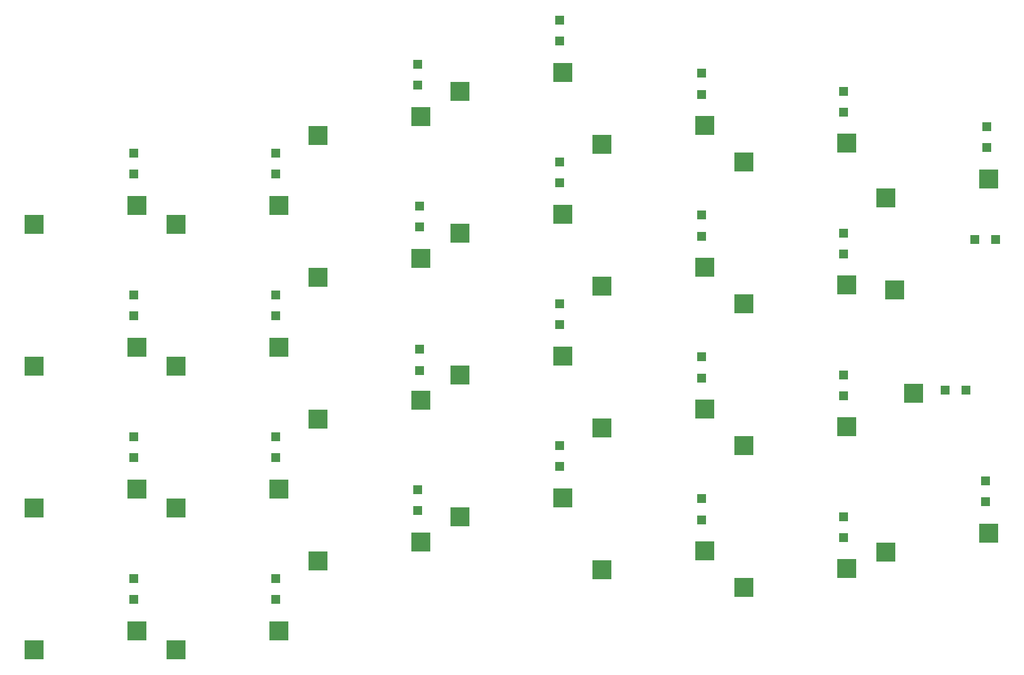
<source format=gbr>
%TF.GenerationSoftware,KiCad,Pcbnew,6.0.4*%
%TF.CreationDate,2022-05-08T18:53:29+02:00*%
%TF.ProjectId,mykeeb,6d796b65-6562-42e6-9b69-6361645f7063,rev?*%
%TF.SameCoordinates,Original*%
%TF.FileFunction,Paste,Bot*%
%TF.FilePolarity,Positive*%
%FSLAX46Y46*%
G04 Gerber Fmt 4.6, Leading zero omitted, Abs format (unit mm)*
G04 Created by KiCad (PCBNEW 6.0.4) date 2022-05-08 18:53:29*
%MOMM*%
%LPD*%
G01*
G04 APERTURE LIST*
%ADD10R,2.550000X2.500000*%
%ADD11R,1.200000X1.200000*%
%ADD12R,2.500000X2.550000*%
G04 APERTURE END LIST*
D10*
%TO.C,K26*%
X135394375Y-96758125D03*
X149244375Y-94218125D03*
%TD*%
D11*
%TO.C,D33*%
X91678125Y-85253625D03*
X91678125Y-82453625D03*
%TD*%
D10*
%TO.C,K14*%
X97294375Y-61039375D03*
X111144375Y-58499375D03*
%TD*%
%TO.C,K12*%
X59194375Y-59848750D03*
X73044375Y-57308750D03*
%TD*%
D11*
%TO.C,D32*%
X72628125Y-91206750D03*
X72628125Y-88406750D03*
%TD*%
D10*
%TO.C,K22*%
X59194375Y-78898750D03*
X73044375Y-76358750D03*
%TD*%
D11*
%TO.C,D10*%
X34528125Y-65013000D03*
X34528125Y-62213000D03*
%TD*%
%TO.C,D2*%
X72628125Y-34056750D03*
X72628125Y-31256750D03*
%TD*%
D10*
%TO.C,K30*%
X21094375Y-109855000D03*
X34944375Y-107315000D03*
%TD*%
D11*
%TO.C,D14*%
X110728125Y-54297375D03*
X110728125Y-51497375D03*
%TD*%
%TO.C,D5*%
X129778125Y-37628625D03*
X129778125Y-34828625D03*
%TD*%
%TO.C,D15*%
X129778125Y-56678625D03*
X129778125Y-53878625D03*
%TD*%
%TO.C,D36*%
X150144712Y-54778755D03*
X147344712Y-54778755D03*
%TD*%
%TO.C,D11*%
X53578125Y-65013000D03*
X53578125Y-62213000D03*
%TD*%
D10*
%TO.C,K31*%
X40144375Y-109855000D03*
X53994375Y-107315000D03*
%TD*%
D11*
%TO.C,D16*%
X143346375Y-75009375D03*
X146146375Y-75009375D03*
%TD*%
D10*
%TO.C,K20*%
X21094375Y-90805000D03*
X34944375Y-88265000D03*
%TD*%
D11*
%TO.C,D30*%
X34528125Y-103113000D03*
X34528125Y-100313000D03*
%TD*%
%TO.C,D25*%
X129778125Y-75728625D03*
X129778125Y-72928625D03*
%TD*%
%TO.C,D0*%
X34528125Y-45963000D03*
X34528125Y-43163000D03*
%TD*%
%TO.C,D4*%
X110728125Y-35247375D03*
X110728125Y-32447375D03*
%TD*%
D10*
%TO.C,K11*%
X40144375Y-71755000D03*
X53994375Y-69215000D03*
%TD*%
%TO.C,K4*%
X97294375Y-41989375D03*
X111144375Y-39449375D03*
%TD*%
D11*
%TO.C,D31*%
X53578125Y-103113000D03*
X53578125Y-100313000D03*
%TD*%
D10*
%TO.C,K10*%
X21094375Y-71755000D03*
X34944375Y-69215000D03*
%TD*%
D11*
%TO.C,D3*%
X91678125Y-28103625D03*
X91678125Y-25303625D03*
%TD*%
%TO.C,D13*%
X91678125Y-47153625D03*
X91678125Y-44353625D03*
%TD*%
%TO.C,D20*%
X34528125Y-84063000D03*
X34528125Y-81263000D03*
%TD*%
D10*
%TO.C,K3*%
X78244375Y-34845625D03*
X92094375Y-32305625D03*
%TD*%
D11*
%TO.C,D23*%
X91678125Y-66203625D03*
X91678125Y-63403625D03*
%TD*%
D12*
%TO.C,K16*%
X136604375Y-61575625D03*
X139144375Y-75425625D03*
%TD*%
D10*
%TO.C,K35*%
X116344375Y-101520625D03*
X130194375Y-98980625D03*
%TD*%
%TO.C,K2*%
X59194375Y-40798750D03*
X73044375Y-38258750D03*
%TD*%
%TO.C,K32*%
X59194375Y-97948750D03*
X73044375Y-95408750D03*
%TD*%
%TO.C,K5*%
X116344375Y-44370625D03*
X130194375Y-41830625D03*
%TD*%
%TO.C,K6*%
X135394375Y-49133125D03*
X149244375Y-46593125D03*
%TD*%
%TO.C,K13*%
X78244375Y-53895625D03*
X92094375Y-51355625D03*
%TD*%
%TO.C,K1*%
X40144375Y-52705000D03*
X53994375Y-50165000D03*
%TD*%
D11*
%TO.C,D21*%
X53578125Y-84063000D03*
X53578125Y-81263000D03*
%TD*%
D10*
%TO.C,K25*%
X116344375Y-82470625D03*
X130194375Y-79930625D03*
%TD*%
D11*
%TO.C,D1*%
X53578125Y-45963000D03*
X53578125Y-43163000D03*
%TD*%
D10*
%TO.C,K33*%
X78244375Y-91995625D03*
X92094375Y-89455625D03*
%TD*%
D11*
%TO.C,D24*%
X110728125Y-73347375D03*
X110728125Y-70547375D03*
%TD*%
%TO.C,D26*%
X148828125Y-90016125D03*
X148828125Y-87216125D03*
%TD*%
%TO.C,D35*%
X129778125Y-94778625D03*
X129778125Y-91978625D03*
%TD*%
D10*
%TO.C,K21*%
X40144375Y-90805000D03*
X53994375Y-88265000D03*
%TD*%
D11*
%TO.C,D12*%
X72882125Y-53106750D03*
X72882125Y-50306750D03*
%TD*%
D10*
%TO.C,K0*%
X21094375Y-52705000D03*
X34944375Y-50165000D03*
%TD*%
%TO.C,K34*%
X97294375Y-99139375D03*
X111144375Y-96599375D03*
%TD*%
D11*
%TO.C,D34*%
X110728125Y-92397375D03*
X110728125Y-89597375D03*
%TD*%
%TO.C,D22*%
X72882125Y-72331375D03*
X72882125Y-69531375D03*
%TD*%
D10*
%TO.C,K24*%
X97294375Y-80089375D03*
X111144375Y-77549375D03*
%TD*%
%TO.C,K23*%
X78244375Y-72945625D03*
X92094375Y-70405625D03*
%TD*%
D11*
%TO.C,D6*%
X149002750Y-42391125D03*
X149002750Y-39591125D03*
%TD*%
D10*
%TO.C,K15*%
X116344375Y-63420625D03*
X130194375Y-60880625D03*
%TD*%
M02*

</source>
